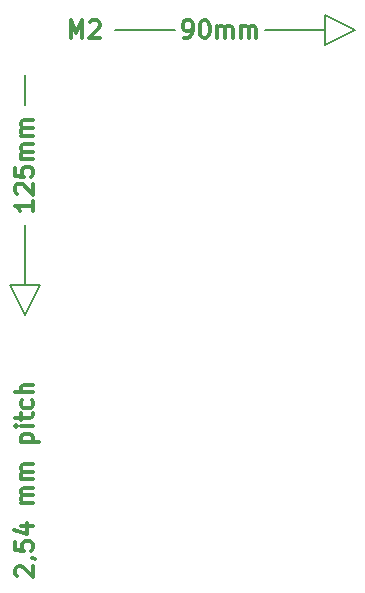
<source format=gbr>
G04 #@! TF.FileFunction,Legend,Top*
%FSLAX46Y46*%
G04 Gerber Fmt 4.6, Leading zero omitted, Abs format (unit mm)*
G04 Created by KiCad (PCBNEW 4.0.7) date 08/18/19 22:54:49*
%MOMM*%
%LPD*%
G01*
G04 APERTURE LIST*
%ADD10C,0.100000*%
%ADD11C,0.200000*%
%ADD12C,0.300000*%
G04 APERTURE END LIST*
D10*
D11*
X66040000Y-68580000D02*
X64770000Y-68580000D01*
X64770000Y-71120000D02*
X66040000Y-68580000D01*
X63500000Y-68580000D02*
X64770000Y-71120000D01*
X64770000Y-68580000D02*
X63500000Y-68580000D01*
X64770000Y-63500000D02*
X64770000Y-68580000D01*
X90170000Y-48260000D02*
X90170000Y-46990000D01*
X92710000Y-46990000D02*
X90170000Y-48260000D01*
X90170000Y-45720000D02*
X92710000Y-46990000D01*
X90170000Y-46990000D02*
X90170000Y-45720000D01*
X85090000Y-46990000D02*
X90170000Y-46990000D01*
D12*
X64091429Y-93232857D02*
X64020000Y-93161428D01*
X63948571Y-93018571D01*
X63948571Y-92661428D01*
X64020000Y-92518571D01*
X64091429Y-92447142D01*
X64234286Y-92375714D01*
X64377143Y-92375714D01*
X64591429Y-92447142D01*
X65448571Y-93304285D01*
X65448571Y-92375714D01*
X65377143Y-91661429D02*
X65448571Y-91661429D01*
X65591429Y-91732857D01*
X65662857Y-91804286D01*
X63948571Y-90304285D02*
X63948571Y-91018571D01*
X64662857Y-91090000D01*
X64591429Y-91018571D01*
X64520000Y-90875714D01*
X64520000Y-90518571D01*
X64591429Y-90375714D01*
X64662857Y-90304285D01*
X64805714Y-90232857D01*
X65162857Y-90232857D01*
X65305714Y-90304285D01*
X65377143Y-90375714D01*
X65448571Y-90518571D01*
X65448571Y-90875714D01*
X65377143Y-91018571D01*
X65305714Y-91090000D01*
X64448571Y-88947143D02*
X65448571Y-88947143D01*
X63877143Y-89304286D02*
X64948571Y-89661429D01*
X64948571Y-88732857D01*
X65448571Y-87018572D02*
X64448571Y-87018572D01*
X64591429Y-87018572D02*
X64520000Y-86947144D01*
X64448571Y-86804286D01*
X64448571Y-86590001D01*
X64520000Y-86447144D01*
X64662857Y-86375715D01*
X65448571Y-86375715D01*
X64662857Y-86375715D02*
X64520000Y-86304286D01*
X64448571Y-86161429D01*
X64448571Y-85947144D01*
X64520000Y-85804286D01*
X64662857Y-85732858D01*
X65448571Y-85732858D01*
X65448571Y-85018572D02*
X64448571Y-85018572D01*
X64591429Y-85018572D02*
X64520000Y-84947144D01*
X64448571Y-84804286D01*
X64448571Y-84590001D01*
X64520000Y-84447144D01*
X64662857Y-84375715D01*
X65448571Y-84375715D01*
X64662857Y-84375715D02*
X64520000Y-84304286D01*
X64448571Y-84161429D01*
X64448571Y-83947144D01*
X64520000Y-83804286D01*
X64662857Y-83732858D01*
X65448571Y-83732858D01*
X64448571Y-81875715D02*
X65948571Y-81875715D01*
X64520000Y-81875715D02*
X64448571Y-81732858D01*
X64448571Y-81447144D01*
X64520000Y-81304287D01*
X64591429Y-81232858D01*
X64734286Y-81161429D01*
X65162857Y-81161429D01*
X65305714Y-81232858D01*
X65377143Y-81304287D01*
X65448571Y-81447144D01*
X65448571Y-81732858D01*
X65377143Y-81875715D01*
X65448571Y-80518572D02*
X64448571Y-80518572D01*
X63948571Y-80518572D02*
X64020000Y-80590001D01*
X64091429Y-80518572D01*
X64020000Y-80447144D01*
X63948571Y-80518572D01*
X64091429Y-80518572D01*
X64448571Y-80018572D02*
X64448571Y-79447143D01*
X63948571Y-79804286D02*
X65234286Y-79804286D01*
X65377143Y-79732858D01*
X65448571Y-79590000D01*
X65448571Y-79447143D01*
X65377143Y-78304286D02*
X65448571Y-78447143D01*
X65448571Y-78732857D01*
X65377143Y-78875715D01*
X65305714Y-78947143D01*
X65162857Y-79018572D01*
X64734286Y-79018572D01*
X64591429Y-78947143D01*
X64520000Y-78875715D01*
X64448571Y-78732857D01*
X64448571Y-78447143D01*
X64520000Y-78304286D01*
X65448571Y-77661429D02*
X63948571Y-77661429D01*
X65448571Y-77018572D02*
X64662857Y-77018572D01*
X64520000Y-77090001D01*
X64448571Y-77232858D01*
X64448571Y-77447143D01*
X64520000Y-77590001D01*
X64591429Y-77661429D01*
D11*
X64770000Y-50800000D02*
X64770000Y-53340000D01*
D12*
X65448571Y-61419999D02*
X65448571Y-62277142D01*
X65448571Y-61848570D02*
X63948571Y-61848570D01*
X64162857Y-61991427D01*
X64305714Y-62134285D01*
X64377143Y-62277142D01*
X64091429Y-60848571D02*
X64020000Y-60777142D01*
X63948571Y-60634285D01*
X63948571Y-60277142D01*
X64020000Y-60134285D01*
X64091429Y-60062856D01*
X64234286Y-59991428D01*
X64377143Y-59991428D01*
X64591429Y-60062856D01*
X65448571Y-60919999D01*
X65448571Y-59991428D01*
X63948571Y-58634285D02*
X63948571Y-59348571D01*
X64662857Y-59420000D01*
X64591429Y-59348571D01*
X64520000Y-59205714D01*
X64520000Y-58848571D01*
X64591429Y-58705714D01*
X64662857Y-58634285D01*
X64805714Y-58562857D01*
X65162857Y-58562857D01*
X65305714Y-58634285D01*
X65377143Y-58705714D01*
X65448571Y-58848571D01*
X65448571Y-59205714D01*
X65377143Y-59348571D01*
X65305714Y-59420000D01*
X65448571Y-57920000D02*
X64448571Y-57920000D01*
X64591429Y-57920000D02*
X64520000Y-57848572D01*
X64448571Y-57705714D01*
X64448571Y-57491429D01*
X64520000Y-57348572D01*
X64662857Y-57277143D01*
X65448571Y-57277143D01*
X64662857Y-57277143D02*
X64520000Y-57205714D01*
X64448571Y-57062857D01*
X64448571Y-56848572D01*
X64520000Y-56705714D01*
X64662857Y-56634286D01*
X65448571Y-56634286D01*
X65448571Y-55920000D02*
X64448571Y-55920000D01*
X64591429Y-55920000D02*
X64520000Y-55848572D01*
X64448571Y-55705714D01*
X64448571Y-55491429D01*
X64520000Y-55348572D01*
X64662857Y-55277143D01*
X65448571Y-55277143D01*
X64662857Y-55277143D02*
X64520000Y-55205714D01*
X64448571Y-55062857D01*
X64448571Y-54848572D01*
X64520000Y-54705714D01*
X64662857Y-54634286D01*
X65448571Y-54634286D01*
D11*
X72390000Y-46990000D02*
X77470000Y-46990000D01*
D12*
X68635715Y-47668571D02*
X68635715Y-46168571D01*
X69135715Y-47240000D01*
X69635715Y-46168571D01*
X69635715Y-47668571D01*
X70278572Y-46311429D02*
X70350001Y-46240000D01*
X70492858Y-46168571D01*
X70850001Y-46168571D01*
X70992858Y-46240000D01*
X71064287Y-46311429D01*
X71135715Y-46454286D01*
X71135715Y-46597143D01*
X71064287Y-46811429D01*
X70207144Y-47668571D01*
X71135715Y-47668571D01*
X78280000Y-47668571D02*
X78565715Y-47668571D01*
X78708572Y-47597143D01*
X78780000Y-47525714D01*
X78922858Y-47311429D01*
X78994286Y-47025714D01*
X78994286Y-46454286D01*
X78922858Y-46311429D01*
X78851429Y-46240000D01*
X78708572Y-46168571D01*
X78422858Y-46168571D01*
X78280000Y-46240000D01*
X78208572Y-46311429D01*
X78137143Y-46454286D01*
X78137143Y-46811429D01*
X78208572Y-46954286D01*
X78280000Y-47025714D01*
X78422858Y-47097143D01*
X78708572Y-47097143D01*
X78851429Y-47025714D01*
X78922858Y-46954286D01*
X78994286Y-46811429D01*
X79922857Y-46168571D02*
X80065714Y-46168571D01*
X80208571Y-46240000D01*
X80280000Y-46311429D01*
X80351429Y-46454286D01*
X80422857Y-46740000D01*
X80422857Y-47097143D01*
X80351429Y-47382857D01*
X80280000Y-47525714D01*
X80208571Y-47597143D01*
X80065714Y-47668571D01*
X79922857Y-47668571D01*
X79780000Y-47597143D01*
X79708571Y-47525714D01*
X79637143Y-47382857D01*
X79565714Y-47097143D01*
X79565714Y-46740000D01*
X79637143Y-46454286D01*
X79708571Y-46311429D01*
X79780000Y-46240000D01*
X79922857Y-46168571D01*
X81065714Y-47668571D02*
X81065714Y-46668571D01*
X81065714Y-46811429D02*
X81137142Y-46740000D01*
X81280000Y-46668571D01*
X81494285Y-46668571D01*
X81637142Y-46740000D01*
X81708571Y-46882857D01*
X81708571Y-47668571D01*
X81708571Y-46882857D02*
X81780000Y-46740000D01*
X81922857Y-46668571D01*
X82137142Y-46668571D01*
X82280000Y-46740000D01*
X82351428Y-46882857D01*
X82351428Y-47668571D01*
X83065714Y-47668571D02*
X83065714Y-46668571D01*
X83065714Y-46811429D02*
X83137142Y-46740000D01*
X83280000Y-46668571D01*
X83494285Y-46668571D01*
X83637142Y-46740000D01*
X83708571Y-46882857D01*
X83708571Y-47668571D01*
X83708571Y-46882857D02*
X83780000Y-46740000D01*
X83922857Y-46668571D01*
X84137142Y-46668571D01*
X84280000Y-46740000D01*
X84351428Y-46882857D01*
X84351428Y-47668571D01*
M02*

</source>
